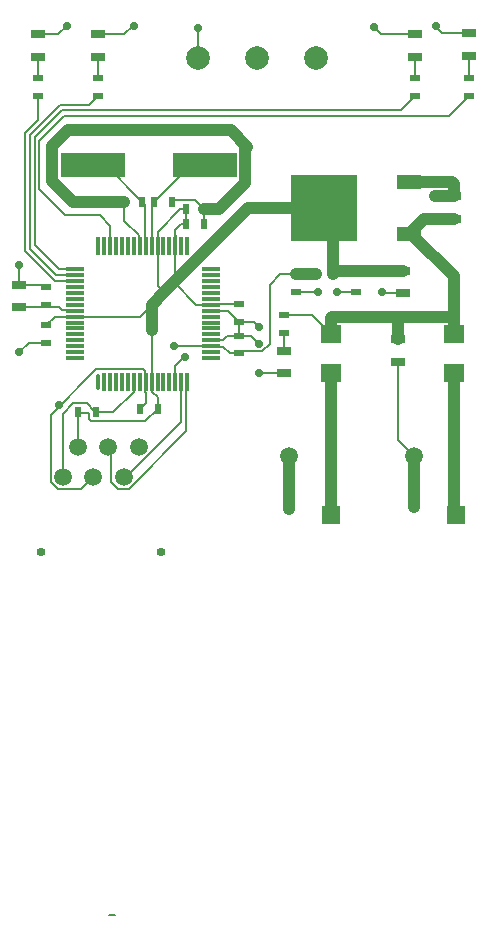
<source format=gtl>
%FSLAX44Y44*%
%MOMM*%
G71*
G01*
G75*
G04 Layer_Physical_Order=1*
G04 Layer_Color=255*
%ADD10R,0.6000X0.9000*%
%ADD11R,0.9000X0.6000*%
%ADD12R,1.3000X0.7000*%
%ADD13R,1.6800X1.5200*%
%ADD14R,2.0000X1.2000*%
%ADD15R,5.6000X5.6000*%
%ADD16R,5.5000X2.0000*%
%ADD17O,0.3000X1.5000*%
%ADD18R,0.3000X1.5000*%
%ADD19R,1.5000X0.3000*%
%ADD20C,0.2000*%
%ADD21C,1.0000*%
%ADD22C,1.5000*%
%ADD23R,1.5000X1.5000*%
%ADD24O,0.7500X0.7000*%
%ADD25C,2.0000*%
%ADD26C,0.7000*%
D10*
X169000Y319000D02*
D03*
X154000D02*
D03*
X169000Y306000D02*
D03*
X154000D02*
D03*
X142000Y325000D02*
D03*
X127000D02*
D03*
X102000Y325000D02*
D03*
X117000D02*
D03*
X279000Y264000D02*
D03*
X264000D02*
D03*
X115000Y150000D02*
D03*
X130000D02*
D03*
X78000Y147000D02*
D03*
X63000D02*
D03*
D11*
X298000Y249000D02*
D03*
Y264000D02*
D03*
X247000Y249000D02*
D03*
Y264000D02*
D03*
X237000Y229000D02*
D03*
Y214000D02*
D03*
X199000Y212000D02*
D03*
Y197000D02*
D03*
Y223500D02*
D03*
Y238500D02*
D03*
X36000Y206000D02*
D03*
Y221000D02*
D03*
Y253000D02*
D03*
Y238000D02*
D03*
X348000Y430000D02*
D03*
Y415000D02*
D03*
X394000Y430000D02*
D03*
Y415000D02*
D03*
X80000Y430000D02*
D03*
Y415000D02*
D03*
X29000Y430000D02*
D03*
Y415000D02*
D03*
D12*
X237000Y199000D02*
D03*
Y180000D02*
D03*
X13000Y255000D02*
D03*
Y236000D02*
D03*
X381000Y330000D02*
D03*
Y311000D02*
D03*
X394000Y449000D02*
D03*
Y468000D02*
D03*
X348000Y448000D02*
D03*
Y467000D02*
D03*
X80000Y448000D02*
D03*
Y467000D02*
D03*
X29000Y448000D02*
D03*
Y467000D02*
D03*
X338000Y248000D02*
D03*
Y267000D02*
D03*
X334000Y190000D02*
D03*
Y209000D02*
D03*
D13*
X381000Y180000D02*
D03*
Y213000D02*
D03*
X277000Y180000D02*
D03*
Y213000D02*
D03*
D14*
X343000Y342000D02*
D03*
Y298000D02*
D03*
D15*
X271000Y320000D02*
D03*
D16*
X170000Y356000D02*
D03*
X75000D02*
D03*
D17*
X80000Y173000D02*
D03*
D18*
X85000D02*
D03*
X90000D02*
D03*
X95000D02*
D03*
X100000D02*
D03*
X105000D02*
D03*
X110000D02*
D03*
X115000D02*
D03*
X120000D02*
D03*
X125000D02*
D03*
X130000D02*
D03*
X135000D02*
D03*
X140000D02*
D03*
X145000D02*
D03*
X150000D02*
D03*
X155000D02*
D03*
Y288000D02*
D03*
X150000D02*
D03*
X145000D02*
D03*
X140000D02*
D03*
X135000D02*
D03*
X130000D02*
D03*
X125000D02*
D03*
X120000D02*
D03*
X115000D02*
D03*
X110000D02*
D03*
X105000D02*
D03*
X100000D02*
D03*
X95000D02*
D03*
X90000D02*
D03*
X85000D02*
D03*
X80000D02*
D03*
D19*
X175000Y193000D02*
D03*
Y198000D02*
D03*
Y203000D02*
D03*
Y208000D02*
D03*
Y213000D02*
D03*
Y218000D02*
D03*
Y223000D02*
D03*
Y228000D02*
D03*
Y233000D02*
D03*
Y238000D02*
D03*
Y243000D02*
D03*
Y248000D02*
D03*
Y253000D02*
D03*
Y258000D02*
D03*
Y263000D02*
D03*
Y268000D02*
D03*
X60000D02*
D03*
Y263000D02*
D03*
Y258000D02*
D03*
Y253000D02*
D03*
Y248000D02*
D03*
Y243000D02*
D03*
Y238000D02*
D03*
Y233000D02*
D03*
Y228000D02*
D03*
Y223000D02*
D03*
Y218000D02*
D03*
Y213000D02*
D03*
Y208000D02*
D03*
Y203000D02*
D03*
Y198000D02*
D03*
Y193000D02*
D03*
D20*
X237000Y199000D02*
Y214000D01*
X50000Y92500D02*
X52099D01*
X29000Y430000D02*
Y448000D01*
X80000Y430000D02*
Y448000D01*
X348000Y430000D02*
Y448000D01*
X394000Y430000D02*
Y447000D01*
X261000Y229000D02*
X277000Y213000D01*
X237000Y229000D02*
X261000D01*
X13000Y236000D02*
X47000D01*
X59500Y233500D02*
X60000Y233000D01*
X49500Y233500D02*
X59500D01*
X47000Y236000D02*
X49500Y233500D01*
X109770Y164146D02*
Y172770D01*
X92624Y147000D02*
X109770Y164146D01*
X78000Y147000D02*
X92624D01*
X89000Y-279000D02*
X94000D01*
X130000Y288000D02*
Y300000D01*
X149000Y319000D01*
X154000D01*
X145000Y288000D02*
Y301000D01*
X150000Y306000D01*
X154000D01*
X158000Y356000D02*
X170000D01*
X127000Y325000D02*
X158000Y356000D01*
X86000D02*
X117000Y325000D01*
X142000Y325000D02*
Y326500D01*
X161500D02*
X169000Y319000D01*
X142000Y326500D02*
X161500D01*
X154000Y306000D02*
Y319000D01*
X169000Y306000D02*
Y319000D01*
X102000Y309242D02*
Y325000D01*
Y309242D02*
X114500Y296742D01*
Y288500D02*
Y296742D01*
X117000Y325000D02*
X119500Y322500D01*
Y288500D02*
Y322500D01*
X125500Y323500D02*
X127000Y325000D01*
X125500Y288500D02*
Y323500D01*
X125000Y288000D02*
X125500Y288500D01*
X145500D02*
Y296742D01*
X191000Y197000D02*
X199000D01*
X185500Y202500D02*
X191000Y197000D01*
X175500Y202500D02*
X185500D01*
X175500Y238500D02*
X199000D01*
Y212000D02*
Y223500D01*
X189000Y212000D02*
X199000D01*
X185500Y208500D02*
X189000Y212000D01*
X175500Y208500D02*
X185500D01*
X175000Y233000D02*
X189500D01*
X199000Y223500D01*
Y212000D02*
X209000D01*
X216000Y205000D01*
X199000Y223500D02*
X211500D01*
X216000Y219000D01*
Y180000D02*
X237000D01*
X216000D02*
X217000Y181000D01*
X245257Y249000D02*
X247000D01*
X218692Y198500D02*
X225000Y204808D01*
Y255000D01*
X234000Y264000D01*
X247000D01*
X321000Y248000D02*
X338000D01*
X247000Y249000D02*
X266000D01*
X282000D02*
X298000D01*
X163000Y238000D02*
X175000D01*
X144000Y257000D02*
X163000Y238000D01*
X60000Y228000D02*
X115000D01*
X125000Y238000D01*
X125000Y173000D02*
Y217000D01*
X145000Y258000D02*
Y288000D01*
X130000Y254000D02*
Y288000D01*
Y254000D02*
X135500Y248500D01*
X43000Y228000D02*
X60000D01*
X36000Y221000D02*
X43000Y228000D01*
X13000Y255000D02*
X34000D01*
X36000Y253000D01*
X21000Y206000D02*
X36000D01*
X13000Y198000D02*
X21000Y206000D01*
X13000Y255000D02*
Y273000D01*
X59500Y258500D02*
X60000Y258000D01*
X377000Y398000D02*
X394000Y415000D01*
X51000Y398000D02*
X377000D01*
X30000Y377000D02*
X51000Y398000D01*
X30000Y336000D02*
Y377000D01*
Y336000D02*
X52000Y314000D01*
X81000D01*
X90000Y305000D01*
Y288000D02*
Y305000D01*
X336000Y403000D02*
X348000Y415000D01*
X49000Y403000D02*
X336000D01*
X26000Y380000D02*
X49000Y403000D01*
X72000Y407000D02*
X80000Y415000D01*
X47343Y407000D02*
X72000D01*
X22000Y381657D02*
X47343Y407000D01*
X22000Y285000D02*
Y381657D01*
X44000Y263000D02*
X60000D01*
X29000Y394314D02*
Y415000D01*
X18000Y383314D02*
X29000Y394314D01*
X18000Y283343D02*
Y383314D01*
Y283343D02*
X42843Y258500D01*
X59500D01*
X334000Y123500D02*
Y190000D01*
Y123500D02*
X347500Y110000D01*
X29000Y467000D02*
X46000D01*
X53000Y474000D01*
X80000Y467000D02*
X102000D01*
X109000Y474000D01*
X319000Y467000D02*
X348000D01*
X313000Y473000D02*
X319000Y467000D01*
X371000Y468000D02*
X394000D01*
X366000Y473000D02*
X371000Y468000D01*
X164000Y447000D02*
Y472000D01*
X144000Y203000D02*
X175000D01*
X145000Y173000D02*
Y186000D01*
X152000Y193000D01*
X103349Y92500D02*
X150000Y139151D01*
Y173000D01*
X101250Y92500D02*
X103349D01*
X103500D01*
X90750Y88151D02*
X96901Y82000D01*
X105599D01*
X154500Y130901D01*
Y172500D01*
X155000Y173000D01*
X39500Y88151D02*
X45651Y82000D01*
X39500Y88151D02*
Y144864D01*
X78136Y183500D01*
X117743D01*
X119500Y181743D01*
X120000Y155000D02*
Y164500D01*
X115000Y150000D02*
X120000Y155000D01*
X119500Y164500D02*
Y181743D01*
Y164500D02*
X120000D01*
X130000Y150000D02*
Y159757D01*
X125500Y164257D02*
X130000Y159757D01*
X125500Y164257D02*
Y172500D01*
X125000Y173000D02*
X125500Y172500D01*
X90750Y88151D02*
Y118000D01*
X88500D02*
X90750D01*
X62750D02*
Y146750D01*
X72000Y141257D02*
Y146750D01*
Y141257D02*
X73757Y139500D01*
X119500D01*
X130000Y150000D01*
X62750Y146750D02*
X72000D01*
X50000Y92500D02*
Y145743D01*
X58757Y154500D01*
X69907D01*
X76000Y148407D01*
Y145000D02*
X78000Y147000D01*
X76000Y145000D02*
Y148407D01*
X45651Y82000D02*
X65000D01*
X75500Y92500D01*
X199000Y197000D02*
X200500Y198500D01*
X218692D01*
X22000Y285000D02*
X44000Y263000D01*
X26000Y289000D02*
Y380000D01*
Y289000D02*
X47000Y268000D01*
X60000D01*
D21*
X381000Y61500D02*
Y180000D01*
X276500Y60000D02*
Y179500D01*
X241500Y65500D02*
Y78000D01*
Y90000D01*
Y110000D01*
X347500Y66500D02*
Y78000D01*
Y90000D01*
Y110000D01*
X345000Y298000D02*
X381000Y262000D01*
X277000Y227000D02*
X278000Y228000D01*
X277000Y213000D02*
Y227000D01*
X381000Y213000D02*
Y228000D01*
Y262000D01*
X334000Y228000D02*
X381000D01*
X278000D02*
X334000D01*
Y209000D02*
Y228000D01*
X279000Y264000D02*
Y312000D01*
X247000Y264000D02*
X264000D01*
X356000Y311000D02*
X381000D01*
X343000Y298000D02*
X356000Y311000D01*
X58601Y325000D02*
X102000D01*
X40500Y343101D02*
Y372700D01*
X53800Y386000D01*
X192000D01*
X206000Y372000D01*
X204500Y370500D02*
X206000Y372000D01*
X204500Y341500D02*
Y370500D01*
X169000Y319000D02*
X182000D01*
X204500Y341500D01*
X282000Y267000D02*
X338000D01*
X207000Y320000D02*
X271000D01*
X125000Y217000D02*
Y238000D01*
X144000Y257000D02*
X145000Y258000D01*
X207000Y320000D01*
X125000Y238000D02*
X135500Y248500D01*
X144000Y257000D01*
X40500Y343101D02*
X58601Y325000D01*
X365000Y330000D02*
X381000D01*
Y340000D01*
X379000Y342000D02*
X381000Y340000D01*
X343000Y342000D02*
X379000D01*
D22*
X347500Y110000D02*
D03*
X241500D02*
D03*
X62750Y118000D02*
D03*
X88500D02*
D03*
X114000D02*
D03*
X101250Y92500D02*
D03*
X50000D02*
D03*
X75500D02*
D03*
D23*
X382500Y60000D02*
D03*
X276500D02*
D03*
D24*
X31000Y29000D02*
D03*
X133000D02*
D03*
D25*
X164000Y447000D02*
D03*
X264000D02*
D03*
X214000D02*
D03*
D26*
X347500Y66500D02*
D03*
Y78000D02*
D03*
Y90000D02*
D03*
X241500Y65500D02*
D03*
Y78000D02*
D03*
Y90000D02*
D03*
X216000Y205000D02*
D03*
Y219000D02*
D03*
Y180000D02*
D03*
X266000Y249000D02*
D03*
X320000D02*
D03*
X282000D02*
D03*
X13000Y198000D02*
D03*
X49000Y334600D02*
D03*
X13000Y272000D02*
D03*
X53000Y474000D02*
D03*
X110000D02*
D03*
X366000D02*
D03*
X313000Y473000D02*
D03*
X164000Y472000D02*
D03*
X144000Y203000D02*
D03*
X153000Y194000D02*
D03*
X365000Y330000D02*
D03*
X47000Y153000D02*
D03*
M02*

</source>
